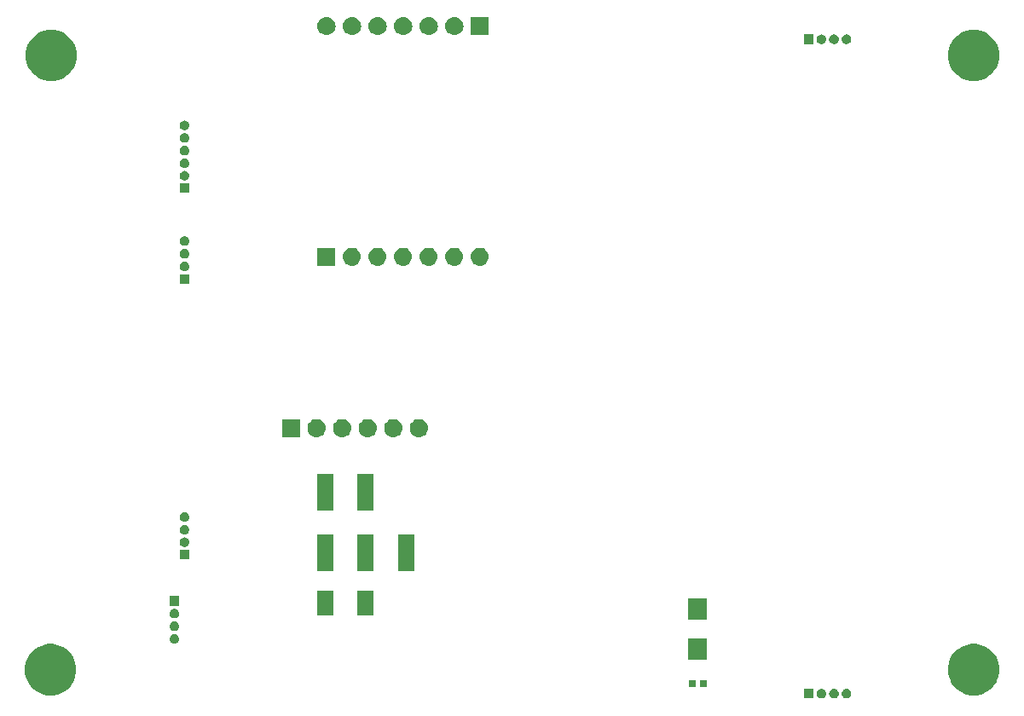
<source format=gbr>
G04 #@! TF.GenerationSoftware,KiCad,Pcbnew,(5.1.2)-2*
G04 #@! TF.CreationDate,2021-05-04T12:01:07-04:00*
G04 #@! TF.ProjectId,Magnetometer_A,4d61676e-6574-46f6-9d65-7465725f412e,rev?*
G04 #@! TF.SameCoordinates,Original*
G04 #@! TF.FileFunction,Soldermask,Top*
G04 #@! TF.FilePolarity,Negative*
%FSLAX46Y46*%
G04 Gerber Fmt 4.6, Leading zero omitted, Abs format (unit mm)*
G04 Created by KiCad (PCBNEW (5.1.2)-2) date 2021-05-04 12:01:07*
%MOMM*%
%LPD*%
G04 APERTURE LIST*
%ADD10C,0.100000*%
G04 APERTURE END LIST*
D10*
G36*
X121388843Y-107042292D02*
G01*
X121439588Y-107063311D01*
X121475470Y-107078174D01*
X121553432Y-107130267D01*
X121619733Y-107196568D01*
X121671826Y-107274530D01*
X121671826Y-107274531D01*
X121707708Y-107361157D01*
X121726000Y-107453117D01*
X121726000Y-107546883D01*
X121707708Y-107638843D01*
X121698530Y-107661000D01*
X121671826Y-107725470D01*
X121619733Y-107803432D01*
X121553432Y-107869733D01*
X121475470Y-107921826D01*
X121439588Y-107936689D01*
X121388843Y-107957708D01*
X121296883Y-107976000D01*
X121203117Y-107976000D01*
X121111157Y-107957708D01*
X121060412Y-107936689D01*
X121024530Y-107921826D01*
X120946568Y-107869733D01*
X120880267Y-107803432D01*
X120828174Y-107725470D01*
X120801470Y-107661000D01*
X120792292Y-107638843D01*
X120774000Y-107546883D01*
X120774000Y-107453117D01*
X120792292Y-107361157D01*
X120828174Y-107274531D01*
X120828174Y-107274530D01*
X120880267Y-107196568D01*
X120946568Y-107130267D01*
X121024530Y-107078174D01*
X121060412Y-107063311D01*
X121111157Y-107042292D01*
X121203117Y-107024000D01*
X121296883Y-107024000D01*
X121388843Y-107042292D01*
X121388843Y-107042292D01*
G37*
G36*
X118888843Y-107042292D02*
G01*
X118939588Y-107063311D01*
X118975470Y-107078174D01*
X119053432Y-107130267D01*
X119119733Y-107196568D01*
X119171826Y-107274530D01*
X119171826Y-107274531D01*
X119207708Y-107361157D01*
X119226000Y-107453117D01*
X119226000Y-107546883D01*
X119207708Y-107638843D01*
X119198530Y-107661000D01*
X119171826Y-107725470D01*
X119119733Y-107803432D01*
X119053432Y-107869733D01*
X118975470Y-107921826D01*
X118939588Y-107936689D01*
X118888843Y-107957708D01*
X118796883Y-107976000D01*
X118703117Y-107976000D01*
X118611157Y-107957708D01*
X118560412Y-107936689D01*
X118524530Y-107921826D01*
X118446568Y-107869733D01*
X118380267Y-107803432D01*
X118328174Y-107725470D01*
X118301470Y-107661000D01*
X118292292Y-107638843D01*
X118274000Y-107546883D01*
X118274000Y-107453117D01*
X118292292Y-107361157D01*
X118328174Y-107274531D01*
X118328174Y-107274530D01*
X118380267Y-107196568D01*
X118446568Y-107130267D01*
X118524530Y-107078174D01*
X118560412Y-107063311D01*
X118611157Y-107042292D01*
X118703117Y-107024000D01*
X118796883Y-107024000D01*
X118888843Y-107042292D01*
X118888843Y-107042292D01*
G37*
G36*
X117976000Y-107976000D02*
G01*
X117024000Y-107976000D01*
X117024000Y-107024000D01*
X117976000Y-107024000D01*
X117976000Y-107976000D01*
X117976000Y-107976000D01*
G37*
G36*
X120138843Y-107042292D02*
G01*
X120189588Y-107063311D01*
X120225470Y-107078174D01*
X120303432Y-107130267D01*
X120369733Y-107196568D01*
X120421826Y-107274530D01*
X120421826Y-107274531D01*
X120457708Y-107361157D01*
X120476000Y-107453117D01*
X120476000Y-107546883D01*
X120457708Y-107638843D01*
X120448530Y-107661000D01*
X120421826Y-107725470D01*
X120369733Y-107803432D01*
X120303432Y-107869733D01*
X120225470Y-107921826D01*
X120189588Y-107936689D01*
X120138843Y-107957708D01*
X120046883Y-107976000D01*
X119953117Y-107976000D01*
X119861157Y-107957708D01*
X119810412Y-107936689D01*
X119774530Y-107921826D01*
X119696568Y-107869733D01*
X119630267Y-107803432D01*
X119578174Y-107725470D01*
X119551470Y-107661000D01*
X119542292Y-107638843D01*
X119524000Y-107546883D01*
X119524000Y-107453117D01*
X119542292Y-107361157D01*
X119578174Y-107274531D01*
X119578174Y-107274530D01*
X119630267Y-107196568D01*
X119696568Y-107130267D01*
X119774530Y-107078174D01*
X119810412Y-107063311D01*
X119861157Y-107042292D01*
X119953117Y-107024000D01*
X120046883Y-107024000D01*
X120138843Y-107042292D01*
X120138843Y-107042292D01*
G37*
G36*
X42954098Y-102657033D02*
G01*
X43418350Y-102849332D01*
X43418352Y-102849333D01*
X43836168Y-103128509D01*
X44191491Y-103483832D01*
X44470667Y-103901648D01*
X44470668Y-103901650D01*
X44662967Y-104365902D01*
X44761000Y-104858747D01*
X44761000Y-105361253D01*
X44662967Y-105854098D01*
X44520104Y-106199000D01*
X44470667Y-106318352D01*
X44191491Y-106736168D01*
X43836168Y-107091491D01*
X43418352Y-107370667D01*
X43418351Y-107370668D01*
X43418350Y-107370668D01*
X42954098Y-107562967D01*
X42461253Y-107661000D01*
X41958747Y-107661000D01*
X41465902Y-107562967D01*
X41001650Y-107370668D01*
X41001649Y-107370668D01*
X41001648Y-107370667D01*
X40583832Y-107091491D01*
X40228509Y-106736168D01*
X39949333Y-106318352D01*
X39899896Y-106199000D01*
X39757033Y-105854098D01*
X39659000Y-105361253D01*
X39659000Y-104858747D01*
X39757033Y-104365902D01*
X39949332Y-103901650D01*
X39949333Y-103901648D01*
X40228509Y-103483832D01*
X40583832Y-103128509D01*
X41001648Y-102849333D01*
X41001650Y-102849332D01*
X41465902Y-102657033D01*
X41958747Y-102559000D01*
X42461253Y-102559000D01*
X42954098Y-102657033D01*
X42954098Y-102657033D01*
G37*
G36*
X134604098Y-102657033D02*
G01*
X135068350Y-102849332D01*
X135068352Y-102849333D01*
X135486168Y-103128509D01*
X135841491Y-103483832D01*
X136120667Y-103901648D01*
X136120668Y-103901650D01*
X136312967Y-104365902D01*
X136411000Y-104858747D01*
X136411000Y-105361253D01*
X136312967Y-105854098D01*
X136170104Y-106199000D01*
X136120667Y-106318352D01*
X135841491Y-106736168D01*
X135486168Y-107091491D01*
X135068352Y-107370667D01*
X135068351Y-107370668D01*
X135068350Y-107370668D01*
X134604098Y-107562967D01*
X134111253Y-107661000D01*
X133608747Y-107661000D01*
X133115902Y-107562967D01*
X132651650Y-107370668D01*
X132651649Y-107370668D01*
X132651648Y-107370667D01*
X132233832Y-107091491D01*
X131878509Y-106736168D01*
X131599333Y-106318352D01*
X131549896Y-106199000D01*
X131407033Y-105854098D01*
X131309000Y-105361253D01*
X131309000Y-104858747D01*
X131407033Y-104365902D01*
X131599332Y-103901650D01*
X131599333Y-103901648D01*
X131878509Y-103483832D01*
X132233832Y-103128509D01*
X132651648Y-102849333D01*
X132651650Y-102849332D01*
X133115902Y-102657033D01*
X133608747Y-102559000D01*
X134111253Y-102559000D01*
X134604098Y-102657033D01*
X134604098Y-102657033D01*
G37*
G36*
X107401000Y-106801000D02*
G01*
X106699000Y-106801000D01*
X106699000Y-106199000D01*
X107401000Y-106199000D01*
X107401000Y-106801000D01*
X107401000Y-106801000D01*
G37*
G36*
X106301000Y-106801000D02*
G01*
X105599000Y-106801000D01*
X105599000Y-106199000D01*
X106301000Y-106199000D01*
X106301000Y-106801000D01*
X106301000Y-106801000D01*
G37*
G36*
X107351000Y-104151000D02*
G01*
X105549000Y-104151000D01*
X105549000Y-102049000D01*
X107351000Y-102049000D01*
X107351000Y-104151000D01*
X107351000Y-104151000D01*
G37*
G36*
X54638843Y-101592292D02*
G01*
X54689588Y-101613311D01*
X54725470Y-101628174D01*
X54803432Y-101680267D01*
X54869733Y-101746568D01*
X54921826Y-101824530D01*
X54921826Y-101824531D01*
X54957708Y-101911157D01*
X54976000Y-102003117D01*
X54976000Y-102096883D01*
X54957708Y-102188843D01*
X54936689Y-102239588D01*
X54921826Y-102275470D01*
X54869733Y-102353432D01*
X54803432Y-102419733D01*
X54725470Y-102471826D01*
X54689588Y-102486689D01*
X54638843Y-102507708D01*
X54546883Y-102526000D01*
X54453117Y-102526000D01*
X54361157Y-102507708D01*
X54310412Y-102486689D01*
X54274530Y-102471826D01*
X54196568Y-102419733D01*
X54130267Y-102353432D01*
X54078174Y-102275470D01*
X54063311Y-102239588D01*
X54042292Y-102188843D01*
X54024000Y-102096883D01*
X54024000Y-102003117D01*
X54042292Y-101911157D01*
X54078174Y-101824531D01*
X54078174Y-101824530D01*
X54130267Y-101746568D01*
X54196568Y-101680267D01*
X54274530Y-101628174D01*
X54310412Y-101613311D01*
X54361157Y-101592292D01*
X54453117Y-101574000D01*
X54546883Y-101574000D01*
X54638843Y-101592292D01*
X54638843Y-101592292D01*
G37*
G36*
X54638843Y-100342292D02*
G01*
X54689588Y-100363311D01*
X54725470Y-100378174D01*
X54803432Y-100430267D01*
X54869733Y-100496568D01*
X54921826Y-100574530D01*
X54921826Y-100574531D01*
X54957708Y-100661157D01*
X54976000Y-100753117D01*
X54976000Y-100846883D01*
X54957708Y-100938843D01*
X54936689Y-100989588D01*
X54921826Y-101025470D01*
X54869733Y-101103432D01*
X54803432Y-101169733D01*
X54725470Y-101221826D01*
X54689588Y-101236689D01*
X54638843Y-101257708D01*
X54546883Y-101276000D01*
X54453117Y-101276000D01*
X54361157Y-101257708D01*
X54310412Y-101236689D01*
X54274530Y-101221826D01*
X54196568Y-101169733D01*
X54130267Y-101103432D01*
X54078174Y-101025470D01*
X54063311Y-100989588D01*
X54042292Y-100938843D01*
X54024000Y-100846883D01*
X54024000Y-100753117D01*
X54042292Y-100661157D01*
X54078174Y-100574531D01*
X54078174Y-100574530D01*
X54130267Y-100496568D01*
X54196568Y-100430267D01*
X54274530Y-100378174D01*
X54310412Y-100363311D01*
X54361157Y-100342292D01*
X54453117Y-100324000D01*
X54546883Y-100324000D01*
X54638843Y-100342292D01*
X54638843Y-100342292D01*
G37*
G36*
X107351000Y-100151000D02*
G01*
X105549000Y-100151000D01*
X105549000Y-98049000D01*
X107351000Y-98049000D01*
X107351000Y-100151000D01*
X107351000Y-100151000D01*
G37*
G36*
X54638843Y-99092292D02*
G01*
X54689588Y-99113311D01*
X54725470Y-99128174D01*
X54803432Y-99180267D01*
X54869733Y-99246568D01*
X54921826Y-99324530D01*
X54921826Y-99324531D01*
X54957708Y-99411157D01*
X54976000Y-99503117D01*
X54976000Y-99596883D01*
X54957708Y-99688843D01*
X54952672Y-99701000D01*
X54921826Y-99775470D01*
X54869733Y-99853432D01*
X54803432Y-99919733D01*
X54725470Y-99971826D01*
X54689588Y-99986689D01*
X54638843Y-100007708D01*
X54546883Y-100026000D01*
X54453117Y-100026000D01*
X54361157Y-100007708D01*
X54310412Y-99986689D01*
X54274530Y-99971826D01*
X54196568Y-99919733D01*
X54130267Y-99853432D01*
X54078174Y-99775470D01*
X54047328Y-99701000D01*
X54042292Y-99688843D01*
X54024000Y-99596883D01*
X54024000Y-99503117D01*
X54042292Y-99411157D01*
X54078174Y-99324531D01*
X54078174Y-99324530D01*
X54130267Y-99246568D01*
X54196568Y-99180267D01*
X54274530Y-99128174D01*
X54310412Y-99113311D01*
X54361157Y-99092292D01*
X54453117Y-99074000D01*
X54546883Y-99074000D01*
X54638843Y-99092292D01*
X54638843Y-99092292D01*
G37*
G36*
X74301000Y-99701000D02*
G01*
X72699000Y-99701000D01*
X72699000Y-97299000D01*
X74301000Y-97299000D01*
X74301000Y-99701000D01*
X74301000Y-99701000D01*
G37*
G36*
X70301000Y-99701000D02*
G01*
X68699000Y-99701000D01*
X68699000Y-97299000D01*
X70301000Y-97299000D01*
X70301000Y-99701000D01*
X70301000Y-99701000D01*
G37*
G36*
X54976000Y-98776000D02*
G01*
X54024000Y-98776000D01*
X54024000Y-97824000D01*
X54976000Y-97824000D01*
X54976000Y-98776000D01*
X54976000Y-98776000D01*
G37*
G36*
X70301000Y-95351000D02*
G01*
X68699000Y-95351000D01*
X68699000Y-91649000D01*
X70301000Y-91649000D01*
X70301000Y-95351000D01*
X70301000Y-95351000D01*
G37*
G36*
X74301000Y-95351000D02*
G01*
X72699000Y-95351000D01*
X72699000Y-91649000D01*
X74301000Y-91649000D01*
X74301000Y-95351000D01*
X74301000Y-95351000D01*
G37*
G36*
X78301000Y-95351000D02*
G01*
X76699000Y-95351000D01*
X76699000Y-91649000D01*
X78301000Y-91649000D01*
X78301000Y-95351000D01*
X78301000Y-95351000D01*
G37*
G36*
X55976000Y-94176000D02*
G01*
X55024000Y-94176000D01*
X55024000Y-93224000D01*
X55976000Y-93224000D01*
X55976000Y-94176000D01*
X55976000Y-94176000D01*
G37*
G36*
X55638843Y-91992292D02*
G01*
X55689588Y-92013311D01*
X55725470Y-92028174D01*
X55803432Y-92080267D01*
X55869733Y-92146568D01*
X55921826Y-92224530D01*
X55921826Y-92224531D01*
X55957708Y-92311157D01*
X55976000Y-92403117D01*
X55976000Y-92496883D01*
X55957708Y-92588843D01*
X55936689Y-92639588D01*
X55921826Y-92675470D01*
X55869733Y-92753432D01*
X55803432Y-92819733D01*
X55725470Y-92871826D01*
X55689588Y-92886689D01*
X55638843Y-92907708D01*
X55546883Y-92926000D01*
X55453117Y-92926000D01*
X55361157Y-92907708D01*
X55310412Y-92886689D01*
X55274530Y-92871826D01*
X55196568Y-92819733D01*
X55130267Y-92753432D01*
X55078174Y-92675470D01*
X55063311Y-92639588D01*
X55042292Y-92588843D01*
X55024000Y-92496883D01*
X55024000Y-92403117D01*
X55042292Y-92311157D01*
X55078174Y-92224531D01*
X55078174Y-92224530D01*
X55130267Y-92146568D01*
X55196568Y-92080267D01*
X55274530Y-92028174D01*
X55310412Y-92013311D01*
X55361157Y-91992292D01*
X55453117Y-91974000D01*
X55546883Y-91974000D01*
X55638843Y-91992292D01*
X55638843Y-91992292D01*
G37*
G36*
X55638843Y-90742292D02*
G01*
X55689588Y-90763311D01*
X55725470Y-90778174D01*
X55803432Y-90830267D01*
X55869733Y-90896568D01*
X55921826Y-90974530D01*
X55921826Y-90974531D01*
X55957708Y-91061157D01*
X55976000Y-91153117D01*
X55976000Y-91246883D01*
X55957708Y-91338843D01*
X55936689Y-91389588D01*
X55921826Y-91425470D01*
X55869733Y-91503432D01*
X55803432Y-91569733D01*
X55725470Y-91621826D01*
X55689588Y-91636689D01*
X55638843Y-91657708D01*
X55546883Y-91676000D01*
X55453117Y-91676000D01*
X55361157Y-91657708D01*
X55310412Y-91636689D01*
X55274530Y-91621826D01*
X55196568Y-91569733D01*
X55130267Y-91503432D01*
X55078174Y-91425470D01*
X55063311Y-91389588D01*
X55042292Y-91338843D01*
X55024000Y-91246883D01*
X55024000Y-91153117D01*
X55042292Y-91061157D01*
X55078174Y-90974531D01*
X55078174Y-90974530D01*
X55130267Y-90896568D01*
X55196568Y-90830267D01*
X55274530Y-90778174D01*
X55310412Y-90763311D01*
X55361157Y-90742292D01*
X55453117Y-90724000D01*
X55546883Y-90724000D01*
X55638843Y-90742292D01*
X55638843Y-90742292D01*
G37*
G36*
X55638843Y-89492292D02*
G01*
X55689588Y-89513311D01*
X55725470Y-89528174D01*
X55803432Y-89580267D01*
X55869733Y-89646568D01*
X55921826Y-89724530D01*
X55921826Y-89724531D01*
X55957708Y-89811157D01*
X55976000Y-89903117D01*
X55976000Y-89996883D01*
X55957708Y-90088843D01*
X55936689Y-90139588D01*
X55921826Y-90175470D01*
X55869733Y-90253432D01*
X55803432Y-90319733D01*
X55725470Y-90371826D01*
X55689588Y-90386689D01*
X55638843Y-90407708D01*
X55546883Y-90426000D01*
X55453117Y-90426000D01*
X55361157Y-90407708D01*
X55310412Y-90386689D01*
X55274530Y-90371826D01*
X55196568Y-90319733D01*
X55130267Y-90253432D01*
X55078174Y-90175470D01*
X55063311Y-90139588D01*
X55042292Y-90088843D01*
X55024000Y-89996883D01*
X55024000Y-89903117D01*
X55042292Y-89811157D01*
X55078174Y-89724531D01*
X55078174Y-89724530D01*
X55130267Y-89646568D01*
X55196568Y-89580267D01*
X55274530Y-89528174D01*
X55310412Y-89513311D01*
X55361157Y-89492292D01*
X55453117Y-89474000D01*
X55546883Y-89474000D01*
X55638843Y-89492292D01*
X55638843Y-89492292D01*
G37*
G36*
X70301000Y-89351000D02*
G01*
X68699000Y-89351000D01*
X68699000Y-85649000D01*
X70301000Y-85649000D01*
X70301000Y-89351000D01*
X70301000Y-89351000D01*
G37*
G36*
X74301000Y-89351000D02*
G01*
X72699000Y-89351000D01*
X72699000Y-85649000D01*
X74301000Y-85649000D01*
X74301000Y-89351000D01*
X74301000Y-89351000D01*
G37*
G36*
X78900442Y-80235518D02*
G01*
X78966627Y-80242037D01*
X79136466Y-80293557D01*
X79292991Y-80377222D01*
X79328729Y-80406552D01*
X79430186Y-80489814D01*
X79513448Y-80591271D01*
X79542778Y-80627009D01*
X79626443Y-80783534D01*
X79677963Y-80953373D01*
X79695359Y-81130000D01*
X79677963Y-81306627D01*
X79626443Y-81476466D01*
X79542778Y-81632991D01*
X79513448Y-81668729D01*
X79430186Y-81770186D01*
X79328729Y-81853448D01*
X79292991Y-81882778D01*
X79136466Y-81966443D01*
X78966627Y-82017963D01*
X78900443Y-82024481D01*
X78834260Y-82031000D01*
X78745740Y-82031000D01*
X78679557Y-82024481D01*
X78613373Y-82017963D01*
X78443534Y-81966443D01*
X78287009Y-81882778D01*
X78251271Y-81853448D01*
X78149814Y-81770186D01*
X78066552Y-81668729D01*
X78037222Y-81632991D01*
X77953557Y-81476466D01*
X77902037Y-81306627D01*
X77884641Y-81130000D01*
X77902037Y-80953373D01*
X77953557Y-80783534D01*
X78037222Y-80627009D01*
X78066552Y-80591271D01*
X78149814Y-80489814D01*
X78251271Y-80406552D01*
X78287009Y-80377222D01*
X78443534Y-80293557D01*
X78613373Y-80242037D01*
X78679558Y-80235518D01*
X78745740Y-80229000D01*
X78834260Y-80229000D01*
X78900442Y-80235518D01*
X78900442Y-80235518D01*
G37*
G36*
X76360442Y-80235518D02*
G01*
X76426627Y-80242037D01*
X76596466Y-80293557D01*
X76752991Y-80377222D01*
X76788729Y-80406552D01*
X76890186Y-80489814D01*
X76973448Y-80591271D01*
X77002778Y-80627009D01*
X77086443Y-80783534D01*
X77137963Y-80953373D01*
X77155359Y-81130000D01*
X77137963Y-81306627D01*
X77086443Y-81476466D01*
X77002778Y-81632991D01*
X76973448Y-81668729D01*
X76890186Y-81770186D01*
X76788729Y-81853448D01*
X76752991Y-81882778D01*
X76596466Y-81966443D01*
X76426627Y-82017963D01*
X76360443Y-82024481D01*
X76294260Y-82031000D01*
X76205740Y-82031000D01*
X76139557Y-82024481D01*
X76073373Y-82017963D01*
X75903534Y-81966443D01*
X75747009Y-81882778D01*
X75711271Y-81853448D01*
X75609814Y-81770186D01*
X75526552Y-81668729D01*
X75497222Y-81632991D01*
X75413557Y-81476466D01*
X75362037Y-81306627D01*
X75344641Y-81130000D01*
X75362037Y-80953373D01*
X75413557Y-80783534D01*
X75497222Y-80627009D01*
X75526552Y-80591271D01*
X75609814Y-80489814D01*
X75711271Y-80406552D01*
X75747009Y-80377222D01*
X75903534Y-80293557D01*
X76073373Y-80242037D01*
X76139558Y-80235518D01*
X76205740Y-80229000D01*
X76294260Y-80229000D01*
X76360442Y-80235518D01*
X76360442Y-80235518D01*
G37*
G36*
X71280442Y-80235518D02*
G01*
X71346627Y-80242037D01*
X71516466Y-80293557D01*
X71672991Y-80377222D01*
X71708729Y-80406552D01*
X71810186Y-80489814D01*
X71893448Y-80591271D01*
X71922778Y-80627009D01*
X72006443Y-80783534D01*
X72057963Y-80953373D01*
X72075359Y-81130000D01*
X72057963Y-81306627D01*
X72006443Y-81476466D01*
X71922778Y-81632991D01*
X71893448Y-81668729D01*
X71810186Y-81770186D01*
X71708729Y-81853448D01*
X71672991Y-81882778D01*
X71516466Y-81966443D01*
X71346627Y-82017963D01*
X71280443Y-82024481D01*
X71214260Y-82031000D01*
X71125740Y-82031000D01*
X71059557Y-82024481D01*
X70993373Y-82017963D01*
X70823534Y-81966443D01*
X70667009Y-81882778D01*
X70631271Y-81853448D01*
X70529814Y-81770186D01*
X70446552Y-81668729D01*
X70417222Y-81632991D01*
X70333557Y-81476466D01*
X70282037Y-81306627D01*
X70264641Y-81130000D01*
X70282037Y-80953373D01*
X70333557Y-80783534D01*
X70417222Y-80627009D01*
X70446552Y-80591271D01*
X70529814Y-80489814D01*
X70631271Y-80406552D01*
X70667009Y-80377222D01*
X70823534Y-80293557D01*
X70993373Y-80242037D01*
X71059558Y-80235518D01*
X71125740Y-80229000D01*
X71214260Y-80229000D01*
X71280442Y-80235518D01*
X71280442Y-80235518D01*
G37*
G36*
X66991000Y-82031000D02*
G01*
X65189000Y-82031000D01*
X65189000Y-80229000D01*
X66991000Y-80229000D01*
X66991000Y-82031000D01*
X66991000Y-82031000D01*
G37*
G36*
X68740442Y-80235518D02*
G01*
X68806627Y-80242037D01*
X68976466Y-80293557D01*
X69132991Y-80377222D01*
X69168729Y-80406552D01*
X69270186Y-80489814D01*
X69353448Y-80591271D01*
X69382778Y-80627009D01*
X69466443Y-80783534D01*
X69517963Y-80953373D01*
X69535359Y-81130000D01*
X69517963Y-81306627D01*
X69466443Y-81476466D01*
X69382778Y-81632991D01*
X69353448Y-81668729D01*
X69270186Y-81770186D01*
X69168729Y-81853448D01*
X69132991Y-81882778D01*
X68976466Y-81966443D01*
X68806627Y-82017963D01*
X68740443Y-82024481D01*
X68674260Y-82031000D01*
X68585740Y-82031000D01*
X68519557Y-82024481D01*
X68453373Y-82017963D01*
X68283534Y-81966443D01*
X68127009Y-81882778D01*
X68091271Y-81853448D01*
X67989814Y-81770186D01*
X67906552Y-81668729D01*
X67877222Y-81632991D01*
X67793557Y-81476466D01*
X67742037Y-81306627D01*
X67724641Y-81130000D01*
X67742037Y-80953373D01*
X67793557Y-80783534D01*
X67877222Y-80627009D01*
X67906552Y-80591271D01*
X67989814Y-80489814D01*
X68091271Y-80406552D01*
X68127009Y-80377222D01*
X68283534Y-80293557D01*
X68453373Y-80242037D01*
X68519558Y-80235518D01*
X68585740Y-80229000D01*
X68674260Y-80229000D01*
X68740442Y-80235518D01*
X68740442Y-80235518D01*
G37*
G36*
X73820442Y-80235518D02*
G01*
X73886627Y-80242037D01*
X74056466Y-80293557D01*
X74212991Y-80377222D01*
X74248729Y-80406552D01*
X74350186Y-80489814D01*
X74433448Y-80591271D01*
X74462778Y-80627009D01*
X74546443Y-80783534D01*
X74597963Y-80953373D01*
X74615359Y-81130000D01*
X74597963Y-81306627D01*
X74546443Y-81476466D01*
X74462778Y-81632991D01*
X74433448Y-81668729D01*
X74350186Y-81770186D01*
X74248729Y-81853448D01*
X74212991Y-81882778D01*
X74056466Y-81966443D01*
X73886627Y-82017963D01*
X73820443Y-82024481D01*
X73754260Y-82031000D01*
X73665740Y-82031000D01*
X73599557Y-82024481D01*
X73533373Y-82017963D01*
X73363534Y-81966443D01*
X73207009Y-81882778D01*
X73171271Y-81853448D01*
X73069814Y-81770186D01*
X72986552Y-81668729D01*
X72957222Y-81632991D01*
X72873557Y-81476466D01*
X72822037Y-81306627D01*
X72804641Y-81130000D01*
X72822037Y-80953373D01*
X72873557Y-80783534D01*
X72957222Y-80627009D01*
X72986552Y-80591271D01*
X73069814Y-80489814D01*
X73171271Y-80406552D01*
X73207009Y-80377222D01*
X73363534Y-80293557D01*
X73533373Y-80242037D01*
X73599558Y-80235518D01*
X73665740Y-80229000D01*
X73754260Y-80229000D01*
X73820442Y-80235518D01*
X73820442Y-80235518D01*
G37*
G36*
X55976000Y-66776000D02*
G01*
X55024000Y-66776000D01*
X55024000Y-65824000D01*
X55976000Y-65824000D01*
X55976000Y-66776000D01*
X55976000Y-66776000D01*
G37*
G36*
X55638843Y-64592292D02*
G01*
X55664672Y-64602991D01*
X55725470Y-64628174D01*
X55803432Y-64680267D01*
X55869733Y-64746568D01*
X55921826Y-64824530D01*
X55921826Y-64824531D01*
X55957708Y-64911157D01*
X55976000Y-65003117D01*
X55976000Y-65096883D01*
X55957708Y-65188843D01*
X55936689Y-65239588D01*
X55921826Y-65275470D01*
X55869733Y-65353432D01*
X55803432Y-65419733D01*
X55725470Y-65471826D01*
X55689588Y-65486689D01*
X55638843Y-65507708D01*
X55546883Y-65526000D01*
X55453117Y-65526000D01*
X55361157Y-65507708D01*
X55310412Y-65486689D01*
X55274530Y-65471826D01*
X55196568Y-65419733D01*
X55130267Y-65353432D01*
X55078174Y-65275470D01*
X55063311Y-65239588D01*
X55042292Y-65188843D01*
X55024000Y-65096883D01*
X55024000Y-65003117D01*
X55042292Y-64911157D01*
X55078174Y-64824531D01*
X55078174Y-64824530D01*
X55130267Y-64746568D01*
X55196568Y-64680267D01*
X55274530Y-64628174D01*
X55335328Y-64602991D01*
X55361157Y-64592292D01*
X55453117Y-64574000D01*
X55546883Y-64574000D01*
X55638843Y-64592292D01*
X55638843Y-64592292D01*
G37*
G36*
X82390442Y-63205518D02*
G01*
X82456627Y-63212037D01*
X82626466Y-63263557D01*
X82782991Y-63347222D01*
X82818729Y-63376552D01*
X82920186Y-63459814D01*
X83003448Y-63561271D01*
X83032778Y-63597009D01*
X83116443Y-63753534D01*
X83167963Y-63923373D01*
X83185359Y-64100000D01*
X83167963Y-64276627D01*
X83116443Y-64446466D01*
X83032778Y-64602991D01*
X83012111Y-64628174D01*
X82920186Y-64740186D01*
X82818729Y-64823448D01*
X82782991Y-64852778D01*
X82626466Y-64936443D01*
X82456627Y-64987963D01*
X82390443Y-64994481D01*
X82324260Y-65001000D01*
X82235740Y-65001000D01*
X82169557Y-64994481D01*
X82103373Y-64987963D01*
X81933534Y-64936443D01*
X81777009Y-64852778D01*
X81741271Y-64823448D01*
X81639814Y-64740186D01*
X81547889Y-64628174D01*
X81527222Y-64602991D01*
X81443557Y-64446466D01*
X81392037Y-64276627D01*
X81374641Y-64100000D01*
X81392037Y-63923373D01*
X81443557Y-63753534D01*
X81527222Y-63597009D01*
X81556552Y-63561271D01*
X81639814Y-63459814D01*
X81741271Y-63376552D01*
X81777009Y-63347222D01*
X81933534Y-63263557D01*
X82103373Y-63212037D01*
X82169558Y-63205518D01*
X82235740Y-63199000D01*
X82324260Y-63199000D01*
X82390442Y-63205518D01*
X82390442Y-63205518D01*
G37*
G36*
X70481000Y-65001000D02*
G01*
X68679000Y-65001000D01*
X68679000Y-63199000D01*
X70481000Y-63199000D01*
X70481000Y-65001000D01*
X70481000Y-65001000D01*
G37*
G36*
X72230442Y-63205518D02*
G01*
X72296627Y-63212037D01*
X72466466Y-63263557D01*
X72622991Y-63347222D01*
X72658729Y-63376552D01*
X72760186Y-63459814D01*
X72843448Y-63561271D01*
X72872778Y-63597009D01*
X72956443Y-63753534D01*
X73007963Y-63923373D01*
X73025359Y-64100000D01*
X73007963Y-64276627D01*
X72956443Y-64446466D01*
X72872778Y-64602991D01*
X72852111Y-64628174D01*
X72760186Y-64740186D01*
X72658729Y-64823448D01*
X72622991Y-64852778D01*
X72466466Y-64936443D01*
X72296627Y-64987963D01*
X72230443Y-64994481D01*
X72164260Y-65001000D01*
X72075740Y-65001000D01*
X72009557Y-64994481D01*
X71943373Y-64987963D01*
X71773534Y-64936443D01*
X71617009Y-64852778D01*
X71581271Y-64823448D01*
X71479814Y-64740186D01*
X71387889Y-64628174D01*
X71367222Y-64602991D01*
X71283557Y-64446466D01*
X71232037Y-64276627D01*
X71214641Y-64100000D01*
X71232037Y-63923373D01*
X71283557Y-63753534D01*
X71367222Y-63597009D01*
X71396552Y-63561271D01*
X71479814Y-63459814D01*
X71581271Y-63376552D01*
X71617009Y-63347222D01*
X71773534Y-63263557D01*
X71943373Y-63212037D01*
X72009558Y-63205518D01*
X72075740Y-63199000D01*
X72164260Y-63199000D01*
X72230442Y-63205518D01*
X72230442Y-63205518D01*
G37*
G36*
X74770442Y-63205518D02*
G01*
X74836627Y-63212037D01*
X75006466Y-63263557D01*
X75162991Y-63347222D01*
X75198729Y-63376552D01*
X75300186Y-63459814D01*
X75383448Y-63561271D01*
X75412778Y-63597009D01*
X75496443Y-63753534D01*
X75547963Y-63923373D01*
X75565359Y-64100000D01*
X75547963Y-64276627D01*
X75496443Y-64446466D01*
X75412778Y-64602991D01*
X75392111Y-64628174D01*
X75300186Y-64740186D01*
X75198729Y-64823448D01*
X75162991Y-64852778D01*
X75006466Y-64936443D01*
X74836627Y-64987963D01*
X74770443Y-64994481D01*
X74704260Y-65001000D01*
X74615740Y-65001000D01*
X74549557Y-64994481D01*
X74483373Y-64987963D01*
X74313534Y-64936443D01*
X74157009Y-64852778D01*
X74121271Y-64823448D01*
X74019814Y-64740186D01*
X73927889Y-64628174D01*
X73907222Y-64602991D01*
X73823557Y-64446466D01*
X73772037Y-64276627D01*
X73754641Y-64100000D01*
X73772037Y-63923373D01*
X73823557Y-63753534D01*
X73907222Y-63597009D01*
X73936552Y-63561271D01*
X74019814Y-63459814D01*
X74121271Y-63376552D01*
X74157009Y-63347222D01*
X74313534Y-63263557D01*
X74483373Y-63212037D01*
X74549558Y-63205518D01*
X74615740Y-63199000D01*
X74704260Y-63199000D01*
X74770442Y-63205518D01*
X74770442Y-63205518D01*
G37*
G36*
X77310442Y-63205518D02*
G01*
X77376627Y-63212037D01*
X77546466Y-63263557D01*
X77702991Y-63347222D01*
X77738729Y-63376552D01*
X77840186Y-63459814D01*
X77923448Y-63561271D01*
X77952778Y-63597009D01*
X78036443Y-63753534D01*
X78087963Y-63923373D01*
X78105359Y-64100000D01*
X78087963Y-64276627D01*
X78036443Y-64446466D01*
X77952778Y-64602991D01*
X77932111Y-64628174D01*
X77840186Y-64740186D01*
X77738729Y-64823448D01*
X77702991Y-64852778D01*
X77546466Y-64936443D01*
X77376627Y-64987963D01*
X77310443Y-64994481D01*
X77244260Y-65001000D01*
X77155740Y-65001000D01*
X77089557Y-64994481D01*
X77023373Y-64987963D01*
X76853534Y-64936443D01*
X76697009Y-64852778D01*
X76661271Y-64823448D01*
X76559814Y-64740186D01*
X76467889Y-64628174D01*
X76447222Y-64602991D01*
X76363557Y-64446466D01*
X76312037Y-64276627D01*
X76294641Y-64100000D01*
X76312037Y-63923373D01*
X76363557Y-63753534D01*
X76447222Y-63597009D01*
X76476552Y-63561271D01*
X76559814Y-63459814D01*
X76661271Y-63376552D01*
X76697009Y-63347222D01*
X76853534Y-63263557D01*
X77023373Y-63212037D01*
X77089558Y-63205518D01*
X77155740Y-63199000D01*
X77244260Y-63199000D01*
X77310442Y-63205518D01*
X77310442Y-63205518D01*
G37*
G36*
X79850442Y-63205518D02*
G01*
X79916627Y-63212037D01*
X80086466Y-63263557D01*
X80242991Y-63347222D01*
X80278729Y-63376552D01*
X80380186Y-63459814D01*
X80463448Y-63561271D01*
X80492778Y-63597009D01*
X80576443Y-63753534D01*
X80627963Y-63923373D01*
X80645359Y-64100000D01*
X80627963Y-64276627D01*
X80576443Y-64446466D01*
X80492778Y-64602991D01*
X80472111Y-64628174D01*
X80380186Y-64740186D01*
X80278729Y-64823448D01*
X80242991Y-64852778D01*
X80086466Y-64936443D01*
X79916627Y-64987963D01*
X79850443Y-64994481D01*
X79784260Y-65001000D01*
X79695740Y-65001000D01*
X79629557Y-64994481D01*
X79563373Y-64987963D01*
X79393534Y-64936443D01*
X79237009Y-64852778D01*
X79201271Y-64823448D01*
X79099814Y-64740186D01*
X79007889Y-64628174D01*
X78987222Y-64602991D01*
X78903557Y-64446466D01*
X78852037Y-64276627D01*
X78834641Y-64100000D01*
X78852037Y-63923373D01*
X78903557Y-63753534D01*
X78987222Y-63597009D01*
X79016552Y-63561271D01*
X79099814Y-63459814D01*
X79201271Y-63376552D01*
X79237009Y-63347222D01*
X79393534Y-63263557D01*
X79563373Y-63212037D01*
X79629558Y-63205518D01*
X79695740Y-63199000D01*
X79784260Y-63199000D01*
X79850442Y-63205518D01*
X79850442Y-63205518D01*
G37*
G36*
X84930442Y-63205518D02*
G01*
X84996627Y-63212037D01*
X85166466Y-63263557D01*
X85322991Y-63347222D01*
X85358729Y-63376552D01*
X85460186Y-63459814D01*
X85543448Y-63561271D01*
X85572778Y-63597009D01*
X85656443Y-63753534D01*
X85707963Y-63923373D01*
X85725359Y-64100000D01*
X85707963Y-64276627D01*
X85656443Y-64446466D01*
X85572778Y-64602991D01*
X85552111Y-64628174D01*
X85460186Y-64740186D01*
X85358729Y-64823448D01*
X85322991Y-64852778D01*
X85166466Y-64936443D01*
X84996627Y-64987963D01*
X84930443Y-64994481D01*
X84864260Y-65001000D01*
X84775740Y-65001000D01*
X84709557Y-64994481D01*
X84643373Y-64987963D01*
X84473534Y-64936443D01*
X84317009Y-64852778D01*
X84281271Y-64823448D01*
X84179814Y-64740186D01*
X84087889Y-64628174D01*
X84067222Y-64602991D01*
X83983557Y-64446466D01*
X83932037Y-64276627D01*
X83914641Y-64100000D01*
X83932037Y-63923373D01*
X83983557Y-63753534D01*
X84067222Y-63597009D01*
X84096552Y-63561271D01*
X84179814Y-63459814D01*
X84281271Y-63376552D01*
X84317009Y-63347222D01*
X84473534Y-63263557D01*
X84643373Y-63212037D01*
X84709558Y-63205518D01*
X84775740Y-63199000D01*
X84864260Y-63199000D01*
X84930442Y-63205518D01*
X84930442Y-63205518D01*
G37*
G36*
X55638843Y-63342292D02*
G01*
X55689588Y-63363311D01*
X55725470Y-63378174D01*
X55803432Y-63430267D01*
X55869733Y-63496568D01*
X55921826Y-63574530D01*
X55921826Y-63574531D01*
X55957708Y-63661157D01*
X55976000Y-63753117D01*
X55976000Y-63846883D01*
X55957708Y-63938843D01*
X55936689Y-63989588D01*
X55921826Y-64025470D01*
X55869733Y-64103432D01*
X55803432Y-64169733D01*
X55725470Y-64221826D01*
X55689588Y-64236689D01*
X55638843Y-64257708D01*
X55546883Y-64276000D01*
X55453117Y-64276000D01*
X55361157Y-64257708D01*
X55310412Y-64236689D01*
X55274530Y-64221826D01*
X55196568Y-64169733D01*
X55130267Y-64103432D01*
X55078174Y-64025470D01*
X55063311Y-63989588D01*
X55042292Y-63938843D01*
X55024000Y-63846883D01*
X55024000Y-63753117D01*
X55042292Y-63661157D01*
X55078174Y-63574531D01*
X55078174Y-63574530D01*
X55130267Y-63496568D01*
X55196568Y-63430267D01*
X55274530Y-63378174D01*
X55310412Y-63363311D01*
X55361157Y-63342292D01*
X55453117Y-63324000D01*
X55546883Y-63324000D01*
X55638843Y-63342292D01*
X55638843Y-63342292D01*
G37*
G36*
X55638843Y-62092292D02*
G01*
X55689588Y-62113311D01*
X55725470Y-62128174D01*
X55803432Y-62180267D01*
X55869733Y-62246568D01*
X55921826Y-62324530D01*
X55921826Y-62324531D01*
X55957708Y-62411157D01*
X55976000Y-62503117D01*
X55976000Y-62596883D01*
X55957708Y-62688843D01*
X55936689Y-62739588D01*
X55921826Y-62775470D01*
X55869733Y-62853432D01*
X55803432Y-62919733D01*
X55725470Y-62971826D01*
X55689588Y-62986689D01*
X55638843Y-63007708D01*
X55546883Y-63026000D01*
X55453117Y-63026000D01*
X55361157Y-63007708D01*
X55310412Y-62986689D01*
X55274530Y-62971826D01*
X55196568Y-62919733D01*
X55130267Y-62853432D01*
X55078174Y-62775470D01*
X55063311Y-62739588D01*
X55042292Y-62688843D01*
X55024000Y-62596883D01*
X55024000Y-62503117D01*
X55042292Y-62411157D01*
X55078174Y-62324531D01*
X55078174Y-62324530D01*
X55130267Y-62246568D01*
X55196568Y-62180267D01*
X55274530Y-62128174D01*
X55310412Y-62113311D01*
X55361157Y-62092292D01*
X55453117Y-62074000D01*
X55546883Y-62074000D01*
X55638843Y-62092292D01*
X55638843Y-62092292D01*
G37*
G36*
X55976000Y-57776000D02*
G01*
X55024000Y-57776000D01*
X55024000Y-56824000D01*
X55976000Y-56824000D01*
X55976000Y-57776000D01*
X55976000Y-57776000D01*
G37*
G36*
X55638843Y-55592292D02*
G01*
X55689588Y-55613311D01*
X55725470Y-55628174D01*
X55803432Y-55680267D01*
X55869733Y-55746568D01*
X55921826Y-55824530D01*
X55921826Y-55824531D01*
X55957708Y-55911157D01*
X55976000Y-56003117D01*
X55976000Y-56096883D01*
X55957708Y-56188843D01*
X55936689Y-56239588D01*
X55921826Y-56275470D01*
X55869733Y-56353432D01*
X55803432Y-56419733D01*
X55725470Y-56471826D01*
X55689588Y-56486689D01*
X55638843Y-56507708D01*
X55546883Y-56526000D01*
X55453117Y-56526000D01*
X55361157Y-56507708D01*
X55310412Y-56486689D01*
X55274530Y-56471826D01*
X55196568Y-56419733D01*
X55130267Y-56353432D01*
X55078174Y-56275470D01*
X55063311Y-56239588D01*
X55042292Y-56188843D01*
X55024000Y-56096883D01*
X55024000Y-56003117D01*
X55042292Y-55911157D01*
X55078174Y-55824531D01*
X55078174Y-55824530D01*
X55130267Y-55746568D01*
X55196568Y-55680267D01*
X55274530Y-55628174D01*
X55310412Y-55613311D01*
X55361157Y-55592292D01*
X55453117Y-55574000D01*
X55546883Y-55574000D01*
X55638843Y-55592292D01*
X55638843Y-55592292D01*
G37*
G36*
X55638843Y-54342292D02*
G01*
X55689588Y-54363311D01*
X55725470Y-54378174D01*
X55803432Y-54430267D01*
X55869733Y-54496568D01*
X55921826Y-54574530D01*
X55921826Y-54574531D01*
X55957708Y-54661157D01*
X55976000Y-54753117D01*
X55976000Y-54846883D01*
X55957708Y-54938843D01*
X55936689Y-54989588D01*
X55921826Y-55025470D01*
X55869733Y-55103432D01*
X55803432Y-55169733D01*
X55725470Y-55221826D01*
X55689588Y-55236689D01*
X55638843Y-55257708D01*
X55546883Y-55276000D01*
X55453117Y-55276000D01*
X55361157Y-55257708D01*
X55310412Y-55236689D01*
X55274530Y-55221826D01*
X55196568Y-55169733D01*
X55130267Y-55103432D01*
X55078174Y-55025470D01*
X55063311Y-54989588D01*
X55042292Y-54938843D01*
X55024000Y-54846883D01*
X55024000Y-54753117D01*
X55042292Y-54661157D01*
X55078174Y-54574531D01*
X55078174Y-54574530D01*
X55130267Y-54496568D01*
X55196568Y-54430267D01*
X55274530Y-54378174D01*
X55310412Y-54363311D01*
X55361157Y-54342292D01*
X55453117Y-54324000D01*
X55546883Y-54324000D01*
X55638843Y-54342292D01*
X55638843Y-54342292D01*
G37*
G36*
X55638843Y-53092292D02*
G01*
X55689588Y-53113311D01*
X55725470Y-53128174D01*
X55803432Y-53180267D01*
X55869733Y-53246568D01*
X55921826Y-53324530D01*
X55921826Y-53324531D01*
X55957708Y-53411157D01*
X55976000Y-53503117D01*
X55976000Y-53596883D01*
X55957708Y-53688843D01*
X55936689Y-53739588D01*
X55921826Y-53775470D01*
X55869733Y-53853432D01*
X55803432Y-53919733D01*
X55725470Y-53971826D01*
X55689588Y-53986689D01*
X55638843Y-54007708D01*
X55546883Y-54026000D01*
X55453117Y-54026000D01*
X55361157Y-54007708D01*
X55310412Y-53986689D01*
X55274530Y-53971826D01*
X55196568Y-53919733D01*
X55130267Y-53853432D01*
X55078174Y-53775470D01*
X55063311Y-53739588D01*
X55042292Y-53688843D01*
X55024000Y-53596883D01*
X55024000Y-53503117D01*
X55042292Y-53411157D01*
X55078174Y-53324531D01*
X55078174Y-53324530D01*
X55130267Y-53246568D01*
X55196568Y-53180267D01*
X55274530Y-53128174D01*
X55310412Y-53113311D01*
X55361157Y-53092292D01*
X55453117Y-53074000D01*
X55546883Y-53074000D01*
X55638843Y-53092292D01*
X55638843Y-53092292D01*
G37*
G36*
X55638843Y-51842292D02*
G01*
X55689588Y-51863311D01*
X55725470Y-51878174D01*
X55803432Y-51930267D01*
X55869733Y-51996568D01*
X55921826Y-52074530D01*
X55921826Y-52074531D01*
X55957708Y-52161157D01*
X55976000Y-52253117D01*
X55976000Y-52346883D01*
X55957708Y-52438843D01*
X55936689Y-52489588D01*
X55921826Y-52525470D01*
X55869733Y-52603432D01*
X55803432Y-52669733D01*
X55725470Y-52721826D01*
X55689588Y-52736689D01*
X55638843Y-52757708D01*
X55546883Y-52776000D01*
X55453117Y-52776000D01*
X55361157Y-52757708D01*
X55310412Y-52736689D01*
X55274530Y-52721826D01*
X55196568Y-52669733D01*
X55130267Y-52603432D01*
X55078174Y-52525470D01*
X55063311Y-52489588D01*
X55042292Y-52438843D01*
X55024000Y-52346883D01*
X55024000Y-52253117D01*
X55042292Y-52161157D01*
X55078174Y-52074531D01*
X55078174Y-52074530D01*
X55130267Y-51996568D01*
X55196568Y-51930267D01*
X55274530Y-51878174D01*
X55310412Y-51863311D01*
X55361157Y-51842292D01*
X55453117Y-51824000D01*
X55546883Y-51824000D01*
X55638843Y-51842292D01*
X55638843Y-51842292D01*
G37*
G36*
X55638843Y-50592292D02*
G01*
X55689588Y-50613311D01*
X55725470Y-50628174D01*
X55803432Y-50680267D01*
X55869733Y-50746568D01*
X55921826Y-50824530D01*
X55921826Y-50824531D01*
X55957708Y-50911157D01*
X55976000Y-51003117D01*
X55976000Y-51096883D01*
X55957708Y-51188843D01*
X55936689Y-51239588D01*
X55921826Y-51275470D01*
X55869733Y-51353432D01*
X55803432Y-51419733D01*
X55725470Y-51471826D01*
X55689588Y-51486689D01*
X55638843Y-51507708D01*
X55546883Y-51526000D01*
X55453117Y-51526000D01*
X55361157Y-51507708D01*
X55310412Y-51486689D01*
X55274530Y-51471826D01*
X55196568Y-51419733D01*
X55130267Y-51353432D01*
X55078174Y-51275470D01*
X55063311Y-51239588D01*
X55042292Y-51188843D01*
X55024000Y-51096883D01*
X55024000Y-51003117D01*
X55042292Y-50911157D01*
X55078174Y-50824531D01*
X55078174Y-50824530D01*
X55130267Y-50746568D01*
X55196568Y-50680267D01*
X55274530Y-50628174D01*
X55310412Y-50613311D01*
X55361157Y-50592292D01*
X55453117Y-50574000D01*
X55546883Y-50574000D01*
X55638843Y-50592292D01*
X55638843Y-50592292D01*
G37*
G36*
X43004098Y-41657033D02*
G01*
X43422127Y-41830186D01*
X43468352Y-41849333D01*
X43886168Y-42128509D01*
X44241491Y-42483832D01*
X44455041Y-42803432D01*
X44520668Y-42901650D01*
X44712967Y-43365902D01*
X44811000Y-43858747D01*
X44811000Y-44361253D01*
X44712967Y-44854098D01*
X44520668Y-45318350D01*
X44520667Y-45318352D01*
X44241491Y-45736168D01*
X43886168Y-46091491D01*
X43468352Y-46370667D01*
X43468351Y-46370668D01*
X43468350Y-46370668D01*
X43004098Y-46562967D01*
X42511253Y-46661000D01*
X42008747Y-46661000D01*
X41515902Y-46562967D01*
X41051650Y-46370668D01*
X41051649Y-46370668D01*
X41051648Y-46370667D01*
X40633832Y-46091491D01*
X40278509Y-45736168D01*
X39999333Y-45318352D01*
X39999332Y-45318350D01*
X39807033Y-44854098D01*
X39709000Y-44361253D01*
X39709000Y-43858747D01*
X39807033Y-43365902D01*
X39999332Y-42901650D01*
X40064959Y-42803432D01*
X40278509Y-42483832D01*
X40633832Y-42128509D01*
X41051648Y-41849333D01*
X41097873Y-41830186D01*
X41515902Y-41657033D01*
X42008747Y-41559000D01*
X42511253Y-41559000D01*
X43004098Y-41657033D01*
X43004098Y-41657033D01*
G37*
G36*
X134604098Y-41657033D02*
G01*
X135022127Y-41830186D01*
X135068352Y-41849333D01*
X135486168Y-42128509D01*
X135841491Y-42483832D01*
X136055041Y-42803432D01*
X136120668Y-42901650D01*
X136312967Y-43365902D01*
X136411000Y-43858747D01*
X136411000Y-44361253D01*
X136312967Y-44854098D01*
X136120668Y-45318350D01*
X136120667Y-45318352D01*
X135841491Y-45736168D01*
X135486168Y-46091491D01*
X135068352Y-46370667D01*
X135068351Y-46370668D01*
X135068350Y-46370668D01*
X134604098Y-46562967D01*
X134111253Y-46661000D01*
X133608747Y-46661000D01*
X133115902Y-46562967D01*
X132651650Y-46370668D01*
X132651649Y-46370668D01*
X132651648Y-46370667D01*
X132233832Y-46091491D01*
X131878509Y-45736168D01*
X131599333Y-45318352D01*
X131599332Y-45318350D01*
X131407033Y-44854098D01*
X131309000Y-44361253D01*
X131309000Y-43858747D01*
X131407033Y-43365902D01*
X131599332Y-42901650D01*
X131664959Y-42803432D01*
X131878509Y-42483832D01*
X132233832Y-42128509D01*
X132651648Y-41849333D01*
X132697873Y-41830186D01*
X133115902Y-41657033D01*
X133608747Y-41559000D01*
X134111253Y-41559000D01*
X134604098Y-41657033D01*
X134604098Y-41657033D01*
G37*
G36*
X121388843Y-42042292D02*
G01*
X121439588Y-42063311D01*
X121475470Y-42078174D01*
X121553432Y-42130267D01*
X121619733Y-42196568D01*
X121671826Y-42274530D01*
X121671826Y-42274531D01*
X121707708Y-42361157D01*
X121726000Y-42453117D01*
X121726000Y-42546883D01*
X121707708Y-42638843D01*
X121686689Y-42689588D01*
X121671826Y-42725470D01*
X121619733Y-42803432D01*
X121553432Y-42869733D01*
X121475470Y-42921826D01*
X121439588Y-42936689D01*
X121388843Y-42957708D01*
X121296883Y-42976000D01*
X121203117Y-42976000D01*
X121111157Y-42957708D01*
X121060412Y-42936689D01*
X121024530Y-42921826D01*
X120946568Y-42869733D01*
X120880267Y-42803432D01*
X120828174Y-42725470D01*
X120813311Y-42689588D01*
X120792292Y-42638843D01*
X120774000Y-42546883D01*
X120774000Y-42453117D01*
X120792292Y-42361157D01*
X120828174Y-42274531D01*
X120828174Y-42274530D01*
X120880267Y-42196568D01*
X120946568Y-42130267D01*
X121024530Y-42078174D01*
X121060412Y-42063311D01*
X121111157Y-42042292D01*
X121203117Y-42024000D01*
X121296883Y-42024000D01*
X121388843Y-42042292D01*
X121388843Y-42042292D01*
G37*
G36*
X118888843Y-42042292D02*
G01*
X118939588Y-42063311D01*
X118975470Y-42078174D01*
X119053432Y-42130267D01*
X119119733Y-42196568D01*
X119171826Y-42274530D01*
X119171826Y-42274531D01*
X119207708Y-42361157D01*
X119226000Y-42453117D01*
X119226000Y-42546883D01*
X119207708Y-42638843D01*
X119186689Y-42689588D01*
X119171826Y-42725470D01*
X119119733Y-42803432D01*
X119053432Y-42869733D01*
X118975470Y-42921826D01*
X118939588Y-42936689D01*
X118888843Y-42957708D01*
X118796883Y-42976000D01*
X118703117Y-42976000D01*
X118611157Y-42957708D01*
X118560412Y-42936689D01*
X118524530Y-42921826D01*
X118446568Y-42869733D01*
X118380267Y-42803432D01*
X118328174Y-42725470D01*
X118313311Y-42689588D01*
X118292292Y-42638843D01*
X118274000Y-42546883D01*
X118274000Y-42453117D01*
X118292292Y-42361157D01*
X118328174Y-42274531D01*
X118328174Y-42274530D01*
X118380267Y-42196568D01*
X118446568Y-42130267D01*
X118524530Y-42078174D01*
X118560412Y-42063311D01*
X118611157Y-42042292D01*
X118703117Y-42024000D01*
X118796883Y-42024000D01*
X118888843Y-42042292D01*
X118888843Y-42042292D01*
G37*
G36*
X117976000Y-42976000D02*
G01*
X117024000Y-42976000D01*
X117024000Y-42024000D01*
X117976000Y-42024000D01*
X117976000Y-42976000D01*
X117976000Y-42976000D01*
G37*
G36*
X120138843Y-42042292D02*
G01*
X120189588Y-42063311D01*
X120225470Y-42078174D01*
X120303432Y-42130267D01*
X120369733Y-42196568D01*
X120421826Y-42274530D01*
X120421826Y-42274531D01*
X120457708Y-42361157D01*
X120476000Y-42453117D01*
X120476000Y-42546883D01*
X120457708Y-42638843D01*
X120436689Y-42689588D01*
X120421826Y-42725470D01*
X120369733Y-42803432D01*
X120303432Y-42869733D01*
X120225470Y-42921826D01*
X120189588Y-42936689D01*
X120138843Y-42957708D01*
X120046883Y-42976000D01*
X119953117Y-42976000D01*
X119861157Y-42957708D01*
X119810412Y-42936689D01*
X119774530Y-42921826D01*
X119696568Y-42869733D01*
X119630267Y-42803432D01*
X119578174Y-42725470D01*
X119563311Y-42689588D01*
X119542292Y-42638843D01*
X119524000Y-42546883D01*
X119524000Y-42453117D01*
X119542292Y-42361157D01*
X119578174Y-42274531D01*
X119578174Y-42274530D01*
X119630267Y-42196568D01*
X119696568Y-42130267D01*
X119774530Y-42078174D01*
X119810412Y-42063311D01*
X119861157Y-42042292D01*
X119953117Y-42024000D01*
X120046883Y-42024000D01*
X120138843Y-42042292D01*
X120138843Y-42042292D01*
G37*
G36*
X69710442Y-40295518D02*
G01*
X69776627Y-40302037D01*
X69946466Y-40353557D01*
X70102991Y-40437222D01*
X70138729Y-40466552D01*
X70240186Y-40549814D01*
X70323448Y-40651271D01*
X70352778Y-40687009D01*
X70436443Y-40843534D01*
X70487963Y-41013373D01*
X70505359Y-41190000D01*
X70487963Y-41366627D01*
X70436443Y-41536466D01*
X70352778Y-41692991D01*
X70323448Y-41728729D01*
X70240186Y-41830186D01*
X70138729Y-41913448D01*
X70102991Y-41942778D01*
X70102989Y-41942779D01*
X69951037Y-42024000D01*
X69946466Y-42026443D01*
X69776627Y-42077963D01*
X69710442Y-42084482D01*
X69644260Y-42091000D01*
X69555740Y-42091000D01*
X69489558Y-42084482D01*
X69423373Y-42077963D01*
X69253534Y-42026443D01*
X69248964Y-42024000D01*
X69097011Y-41942779D01*
X69097009Y-41942778D01*
X69061271Y-41913448D01*
X68959814Y-41830186D01*
X68876552Y-41728729D01*
X68847222Y-41692991D01*
X68763557Y-41536466D01*
X68712037Y-41366627D01*
X68694641Y-41190000D01*
X68712037Y-41013373D01*
X68763557Y-40843534D01*
X68847222Y-40687009D01*
X68876552Y-40651271D01*
X68959814Y-40549814D01*
X69061271Y-40466552D01*
X69097009Y-40437222D01*
X69253534Y-40353557D01*
X69423373Y-40302037D01*
X69489558Y-40295518D01*
X69555740Y-40289000D01*
X69644260Y-40289000D01*
X69710442Y-40295518D01*
X69710442Y-40295518D01*
G37*
G36*
X72250442Y-40295518D02*
G01*
X72316627Y-40302037D01*
X72486466Y-40353557D01*
X72642991Y-40437222D01*
X72678729Y-40466552D01*
X72780186Y-40549814D01*
X72863448Y-40651271D01*
X72892778Y-40687009D01*
X72976443Y-40843534D01*
X73027963Y-41013373D01*
X73045359Y-41190000D01*
X73027963Y-41366627D01*
X72976443Y-41536466D01*
X72892778Y-41692991D01*
X72863448Y-41728729D01*
X72780186Y-41830186D01*
X72678729Y-41913448D01*
X72642991Y-41942778D01*
X72642989Y-41942779D01*
X72491037Y-42024000D01*
X72486466Y-42026443D01*
X72316627Y-42077963D01*
X72250442Y-42084482D01*
X72184260Y-42091000D01*
X72095740Y-42091000D01*
X72029558Y-42084482D01*
X71963373Y-42077963D01*
X71793534Y-42026443D01*
X71788964Y-42024000D01*
X71637011Y-41942779D01*
X71637009Y-41942778D01*
X71601271Y-41913448D01*
X71499814Y-41830186D01*
X71416552Y-41728729D01*
X71387222Y-41692991D01*
X71303557Y-41536466D01*
X71252037Y-41366627D01*
X71234641Y-41190000D01*
X71252037Y-41013373D01*
X71303557Y-40843534D01*
X71387222Y-40687009D01*
X71416552Y-40651271D01*
X71499814Y-40549814D01*
X71601271Y-40466552D01*
X71637009Y-40437222D01*
X71793534Y-40353557D01*
X71963373Y-40302037D01*
X72029558Y-40295518D01*
X72095740Y-40289000D01*
X72184260Y-40289000D01*
X72250442Y-40295518D01*
X72250442Y-40295518D01*
G37*
G36*
X74790442Y-40295518D02*
G01*
X74856627Y-40302037D01*
X75026466Y-40353557D01*
X75182991Y-40437222D01*
X75218729Y-40466552D01*
X75320186Y-40549814D01*
X75403448Y-40651271D01*
X75432778Y-40687009D01*
X75516443Y-40843534D01*
X75567963Y-41013373D01*
X75585359Y-41190000D01*
X75567963Y-41366627D01*
X75516443Y-41536466D01*
X75432778Y-41692991D01*
X75403448Y-41728729D01*
X75320186Y-41830186D01*
X75218729Y-41913448D01*
X75182991Y-41942778D01*
X75182989Y-41942779D01*
X75031037Y-42024000D01*
X75026466Y-42026443D01*
X74856627Y-42077963D01*
X74790442Y-42084482D01*
X74724260Y-42091000D01*
X74635740Y-42091000D01*
X74569558Y-42084482D01*
X74503373Y-42077963D01*
X74333534Y-42026443D01*
X74328964Y-42024000D01*
X74177011Y-41942779D01*
X74177009Y-41942778D01*
X74141271Y-41913448D01*
X74039814Y-41830186D01*
X73956552Y-41728729D01*
X73927222Y-41692991D01*
X73843557Y-41536466D01*
X73792037Y-41366627D01*
X73774641Y-41190000D01*
X73792037Y-41013373D01*
X73843557Y-40843534D01*
X73927222Y-40687009D01*
X73956552Y-40651271D01*
X74039814Y-40549814D01*
X74141271Y-40466552D01*
X74177009Y-40437222D01*
X74333534Y-40353557D01*
X74503373Y-40302037D01*
X74569558Y-40295518D01*
X74635740Y-40289000D01*
X74724260Y-40289000D01*
X74790442Y-40295518D01*
X74790442Y-40295518D01*
G37*
G36*
X77330442Y-40295518D02*
G01*
X77396627Y-40302037D01*
X77566466Y-40353557D01*
X77722991Y-40437222D01*
X77758729Y-40466552D01*
X77860186Y-40549814D01*
X77943448Y-40651271D01*
X77972778Y-40687009D01*
X78056443Y-40843534D01*
X78107963Y-41013373D01*
X78125359Y-41190000D01*
X78107963Y-41366627D01*
X78056443Y-41536466D01*
X77972778Y-41692991D01*
X77943448Y-41728729D01*
X77860186Y-41830186D01*
X77758729Y-41913448D01*
X77722991Y-41942778D01*
X77722989Y-41942779D01*
X77571037Y-42024000D01*
X77566466Y-42026443D01*
X77396627Y-42077963D01*
X77330442Y-42084482D01*
X77264260Y-42091000D01*
X77175740Y-42091000D01*
X77109558Y-42084482D01*
X77043373Y-42077963D01*
X76873534Y-42026443D01*
X76868964Y-42024000D01*
X76717011Y-41942779D01*
X76717009Y-41942778D01*
X76681271Y-41913448D01*
X76579814Y-41830186D01*
X76496552Y-41728729D01*
X76467222Y-41692991D01*
X76383557Y-41536466D01*
X76332037Y-41366627D01*
X76314641Y-41190000D01*
X76332037Y-41013373D01*
X76383557Y-40843534D01*
X76467222Y-40687009D01*
X76496552Y-40651271D01*
X76579814Y-40549814D01*
X76681271Y-40466552D01*
X76717009Y-40437222D01*
X76873534Y-40353557D01*
X77043373Y-40302037D01*
X77109558Y-40295518D01*
X77175740Y-40289000D01*
X77264260Y-40289000D01*
X77330442Y-40295518D01*
X77330442Y-40295518D01*
G37*
G36*
X79870442Y-40295518D02*
G01*
X79936627Y-40302037D01*
X80106466Y-40353557D01*
X80262991Y-40437222D01*
X80298729Y-40466552D01*
X80400186Y-40549814D01*
X80483448Y-40651271D01*
X80512778Y-40687009D01*
X80596443Y-40843534D01*
X80647963Y-41013373D01*
X80665359Y-41190000D01*
X80647963Y-41366627D01*
X80596443Y-41536466D01*
X80512778Y-41692991D01*
X80483448Y-41728729D01*
X80400186Y-41830186D01*
X80298729Y-41913448D01*
X80262991Y-41942778D01*
X80262989Y-41942779D01*
X80111037Y-42024000D01*
X80106466Y-42026443D01*
X79936627Y-42077963D01*
X79870442Y-42084482D01*
X79804260Y-42091000D01*
X79715740Y-42091000D01*
X79649558Y-42084482D01*
X79583373Y-42077963D01*
X79413534Y-42026443D01*
X79408964Y-42024000D01*
X79257011Y-41942779D01*
X79257009Y-41942778D01*
X79221271Y-41913448D01*
X79119814Y-41830186D01*
X79036552Y-41728729D01*
X79007222Y-41692991D01*
X78923557Y-41536466D01*
X78872037Y-41366627D01*
X78854641Y-41190000D01*
X78872037Y-41013373D01*
X78923557Y-40843534D01*
X79007222Y-40687009D01*
X79036552Y-40651271D01*
X79119814Y-40549814D01*
X79221271Y-40466552D01*
X79257009Y-40437222D01*
X79413534Y-40353557D01*
X79583373Y-40302037D01*
X79649558Y-40295518D01*
X79715740Y-40289000D01*
X79804260Y-40289000D01*
X79870442Y-40295518D01*
X79870442Y-40295518D01*
G37*
G36*
X82410442Y-40295518D02*
G01*
X82476627Y-40302037D01*
X82646466Y-40353557D01*
X82802991Y-40437222D01*
X82838729Y-40466552D01*
X82940186Y-40549814D01*
X83023448Y-40651271D01*
X83052778Y-40687009D01*
X83136443Y-40843534D01*
X83187963Y-41013373D01*
X83205359Y-41190000D01*
X83187963Y-41366627D01*
X83136443Y-41536466D01*
X83052778Y-41692991D01*
X83023448Y-41728729D01*
X82940186Y-41830186D01*
X82838729Y-41913448D01*
X82802991Y-41942778D01*
X82802989Y-41942779D01*
X82651037Y-42024000D01*
X82646466Y-42026443D01*
X82476627Y-42077963D01*
X82410442Y-42084482D01*
X82344260Y-42091000D01*
X82255740Y-42091000D01*
X82189558Y-42084482D01*
X82123373Y-42077963D01*
X81953534Y-42026443D01*
X81948964Y-42024000D01*
X81797011Y-41942779D01*
X81797009Y-41942778D01*
X81761271Y-41913448D01*
X81659814Y-41830186D01*
X81576552Y-41728729D01*
X81547222Y-41692991D01*
X81463557Y-41536466D01*
X81412037Y-41366627D01*
X81394641Y-41190000D01*
X81412037Y-41013373D01*
X81463557Y-40843534D01*
X81547222Y-40687009D01*
X81576552Y-40651271D01*
X81659814Y-40549814D01*
X81761271Y-40466552D01*
X81797009Y-40437222D01*
X81953534Y-40353557D01*
X82123373Y-40302037D01*
X82189558Y-40295518D01*
X82255740Y-40289000D01*
X82344260Y-40289000D01*
X82410442Y-40295518D01*
X82410442Y-40295518D01*
G37*
G36*
X85741000Y-42091000D02*
G01*
X83939000Y-42091000D01*
X83939000Y-40289000D01*
X85741000Y-40289000D01*
X85741000Y-42091000D01*
X85741000Y-42091000D01*
G37*
M02*

</source>
